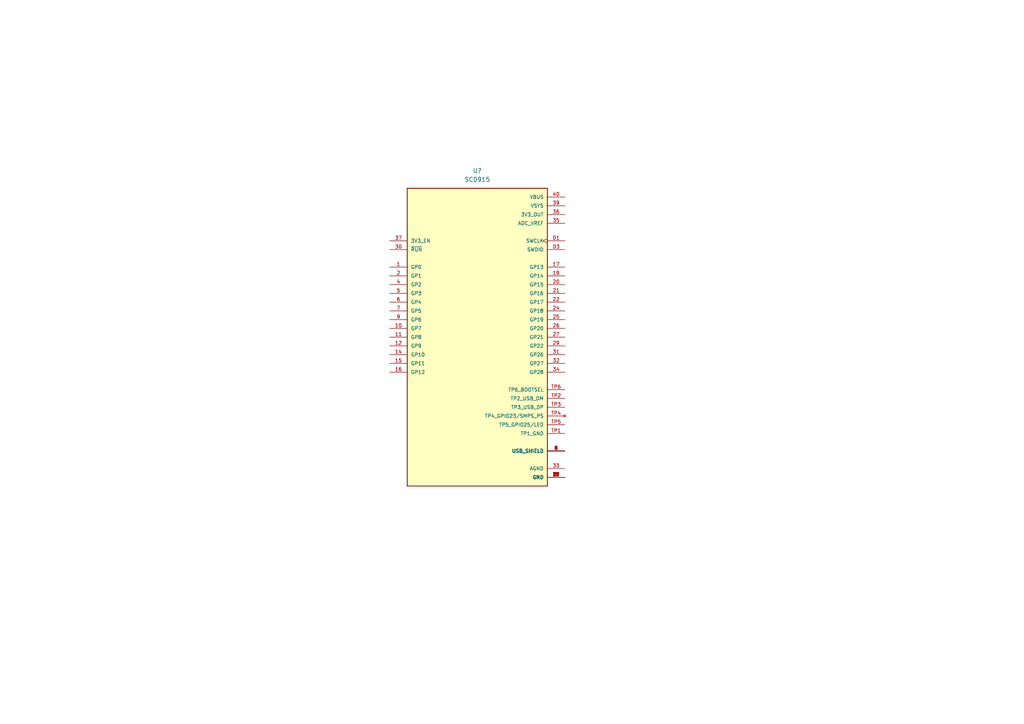
<source format=kicad_sch>
(kicad_sch (version 20211123) (generator eeschema)
  (paper "A4")
  (lib_symbols
    (symbol "SC0915:SC0915" (pin_names (offset 1.016))
      (property "Reference" "U" (at -20.32 44.069 0))
      (property "Value" "SC0915" (at -20.32 -45.72 0))
      (symbol "SC0915_0_0"
        (rectangle (start -20.32 -43.18) (end 20.32 43.18) (stroke (width 0.254)) (fill (type background)))
        (pin bidirectional line (at -25.4 20.32 0) (length 5.08) (name "GP0") (number "1"))
        (pin bidirectional line (at -25.4 2.54 0) (length 5.08) (name "GP7") (number "10"))
        (pin bidirectional line (at -25.4 0 0) (length 5.08) (name "GP8") (number "11"))
        (pin bidirectional line (at -25.4 -2.54 0) (length 5.08) (name "GP9") (number "12"))
        (pin power_in line (at 25.4 -40.64 180) (length 5.08) (name "GND") (number "13"))
        (pin bidirectional line (at -25.4 -5.08 0) (length 5.08) (name "GP10") (number "14"))
        (pin bidirectional line (at -25.4 -7.62 0) (length 5.08) (name "GP11") (number "15"))
        (pin bidirectional line (at -25.4 -10.16 0) (length 5.08) (name "GP12") (number "16"))
        (pin bidirectional line (at 25.4 20.32 180) (length 5.08) (name "GP13") (number "17"))
        (pin power_in line (at 25.4 -40.64 180) (length 5.08) (name "GND") (number "18"))
        (pin bidirectional line (at 25.4 17.78 180) (length 5.08) (name "GP14") (number "19"))
        (pin bidirectional line (at -25.4 17.78 0) (length 5.08) (name "GP1") (number "2"))
        (pin bidirectional line (at 25.4 15.24 180) (length 5.08) (name "GP15") (number "20"))
        (pin bidirectional line (at 25.4 12.7 180) (length 5.08) (name "GP16") (number "21"))
        (pin bidirectional line (at 25.4 10.16 180) (length 5.08) (name "GP17") (number "22"))
        (pin power_in line (at 25.4 -40.64 180) (length 5.08) (name "GND") (number "23"))
        (pin bidirectional line (at 25.4 7.62 180) (length 5.08) (name "GP18") (number "24"))
        (pin bidirectional line (at 25.4 5.08 180) (length 5.08) (name "GP19") (number "25"))
        (pin bidirectional line (at 25.4 2.54 180) (length 5.08) (name "GP20") (number "26"))
        (pin bidirectional line (at 25.4 0 180) (length 5.08) (name "GP21") (number "27"))
        (pin power_in line (at 25.4 -40.64 180) (length 5.08) (name "GND") (number "28"))
        (pin bidirectional line (at 25.4 -2.54 180) (length 5.08) (name "GP22") (number "29"))
        (pin power_in line (at 25.4 -40.64 180) (length 5.08) (name "GND") (number "3"))
        (pin input line (at -25.4 25.4 0) (length 5.08) (name "~{RUN}") (number "30"))
        (pin bidirectional line (at 25.4 -5.08 180) (length 5.08) (name "GP26") (number "31"))
        (pin bidirectional line (at 25.4 -7.62 180) (length 5.08) (name "GP27") (number "32"))
        (pin power_in line (at 25.4 -38.1 180) (length 5.08) (name "AGND") (number "33"))
        (pin bidirectional line (at 25.4 -10.16 180) (length 5.08) (name "GP28") (number "34"))
        (pin power_in line (at 25.4 33.02 180) (length 5.08) (name "ADC_VREF") (number "35"))
        (pin power_in line (at 25.4 35.56 180) (length 5.08) (name "3V3_OUT") (number "36"))
        (pin input line (at -25.4 27.94 0) (length 5.08) (name "3V3_EN") (number "37"))
        (pin power_in line (at 25.4 -40.64 180) (length 5.08) (name "GND") (number "38"))
        (pin power_in line (at 25.4 38.1 180) (length 5.08) (name "VSYS") (number "39"))
        (pin bidirectional line (at -25.4 15.24 0) (length 5.08) (name "GP2") (number "4"))
        (pin power_in line (at 25.4 40.64 180) (length 5.08) (name "VBUS") (number "40"))
        (pin bidirectional line (at -25.4 12.7 0) (length 5.08) (name "GP3") (number "5"))
        (pin bidirectional line (at -25.4 10.16 0) (length 5.08) (name "GP4") (number "6"))
        (pin bidirectional line (at -25.4 7.62 0) (length 5.08) (name "GP5") (number "7"))
        (pin power_in line (at 25.4 -40.64 180) (length 5.08) (name "GND") (number "8"))
        (pin bidirectional line (at -25.4 5.08 0) (length 5.08) (name "GP6") (number "9"))
        (pin power_in line (at 25.4 -33.02 180) (length 5.08) (name "USB_SHIELD") (number "A"))
        (pin power_in line (at 25.4 -33.02 180) (length 5.08) (name "USB_SHIELD") (number "B"))
        (pin power_in line (at 25.4 -33.02 180) (length 5.08) (name "USB_SHIELD") (number "C"))
        (pin power_in line (at 25.4 -33.02 180) (length 5.08) (name "USB_SHIELD") (number "D"))
        (pin input clock (at 25.4 27.94 180) (length 5.08) (name "SWCLK") (number "D1"))
        (pin power_in line (at 25.4 -40.64 180) (length 5.08) (name "GND") (number "D2"))
        (pin bidirectional line (at 25.4 25.4 180) (length 5.08) (name "SWDIO") (number "D3"))
        (pin power_in line (at 25.4 -27.94 180) (length 5.08) (name "TP1_GND") (number "TP1"))
        (pin bidirectional line (at 25.4 -17.78 180) (length 5.08) (name "TP2_USB_DM") (number "TP2"))
        (pin bidirectional line (at 25.4 -20.32 180) (length 5.08) (name "TP3_USB_DP") (number "TP3"))
        (pin no_connect line (at 25.4 -22.86 180) (length 5.08) (name "TP4_GPIO23/SMPS_PS") (number "TP4"))
        (pin output line (at 25.4 -25.4 180) (length 5.08) (name "TP5_GPIO25/LED") (number "TP5"))
        (pin input line (at 25.4 -15.24 180) (length 5.08) (name "TP6_BOOTSEL") (number "TP6"))
      )
    )
  )
  (symbol (lib_id "SC0915:SC0915") (at 138.43 97.79 0) (unit 1)
    (property "Reference" "U?" (at 138.43 49.53 0))
    (property "Value" "SC0915" (at 138.43 52.07 0))
    (property "Footprint" "PICO:MODULE_SC0915" (effects hide))
    (property "PARTREV" "1.9" (effects hide))
    (property "SNAPEDA_PN" "SC0915" (effects hide))
    (property "STANDARD" "Manufacturer Recommendations" (effects hide))
    (property "MANUFACTURER" "Pi Supply" (effects hide))
  )
)
</source>
